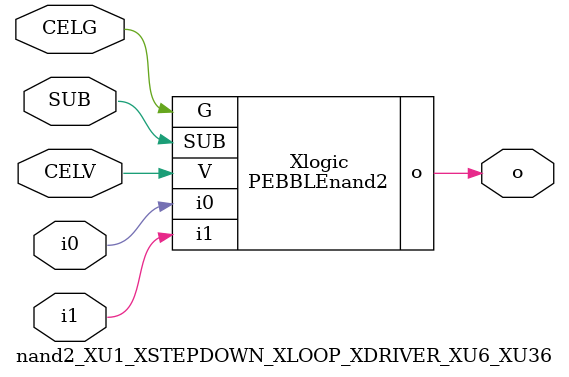
<source format=v>



module PEBBLEnand2 ( o, G, SUB, V, i0, i1 );

  input i0;
  input V;
  input i1;
  input G;
  output o;
  input SUB;
endmodule

//Celera Confidential Do Not Copy nand2_XU1_XSTEPDOWN_XLOOP_XDRIVER_XU6_XU36
//Celera Confidential Symbol Generator
//5V NAND2
module nand2_XU1_XSTEPDOWN_XLOOP_XDRIVER_XU6_XU36 (CELV,CELG,i0,i1,o,SUB);
input CELV;
input CELG;
input i0;
input i1;
input SUB;
output o;

//Celera Confidential Do Not Copy nand2
PEBBLEnand2 Xlogic(
.V (CELV),
.i0 (i0),
.i1 (i1),
.o (o),
.SUB (SUB),
.G (CELG)
);
//,diesize,PEBBLEnand2

//Celera Confidential Do Not Copy Module End
//Celera Schematic Generator
endmodule

</source>
